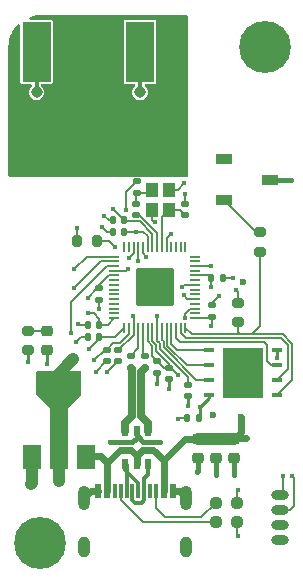
<source format=gbr>
%TF.GenerationSoftware,KiCad,Pcbnew,7.0.2*%
%TF.CreationDate,2023-10-19T19:02:44-04:00*%
%TF.ProjectId,XBee_Joint,58426565-5f4a-46f6-996e-742e6b696361,rev?*%
%TF.SameCoordinates,Original*%
%TF.FileFunction,Copper,L1,Top*%
%TF.FilePolarity,Positive*%
%FSLAX46Y46*%
G04 Gerber Fmt 4.6, Leading zero omitted, Abs format (unit mm)*
G04 Created by KiCad (PCBNEW 7.0.2) date 2023-10-19 19:02:44*
%MOMM*%
%LPD*%
G01*
G04 APERTURE LIST*
G04 Aperture macros list*
%AMRoundRect*
0 Rectangle with rounded corners*
0 $1 Rounding radius*
0 $2 $3 $4 $5 $6 $7 $8 $9 X,Y pos of 4 corners*
0 Add a 4 corners polygon primitive as box body*
4,1,4,$2,$3,$4,$5,$6,$7,$8,$9,$2,$3,0*
0 Add four circle primitives for the rounded corners*
1,1,$1+$1,$2,$3*
1,1,$1+$1,$4,$5*
1,1,$1+$1,$6,$7*
1,1,$1+$1,$8,$9*
0 Add four rect primitives between the rounded corners*
20,1,$1+$1,$2,$3,$4,$5,0*
20,1,$1+$1,$4,$5,$6,$7,0*
20,1,$1+$1,$6,$7,$8,$9,0*
20,1,$1+$1,$8,$9,$2,$3,0*%
G04 Aperture macros list end*
%TA.AperFunction,ComponentPad*%
%ADD10C,4.400000*%
%TD*%
%TA.AperFunction,SMDPad,CuDef*%
%ADD11R,0.558000X0.972299*%
%TD*%
%TA.AperFunction,SMDPad,CuDef*%
%ADD12R,0.600000X1.150000*%
%TD*%
%TA.AperFunction,SMDPad,CuDef*%
%ADD13R,0.300000X1.150000*%
%TD*%
%TA.AperFunction,ComponentPad*%
%ADD14O,1.000000X1.800000*%
%TD*%
%TA.AperFunction,ComponentPad*%
%ADD15O,1.000000X2.100000*%
%TD*%
%TA.AperFunction,SMDPad,CuDef*%
%ADD16R,1.000000X1.150000*%
%TD*%
%TA.AperFunction,SMDPad,CuDef*%
%ADD17R,0.965200X0.431800*%
%TD*%
%TA.AperFunction,SMDPad,CuDef*%
%ADD18R,3.454400X4.343400*%
%TD*%
%TA.AperFunction,SMDPad,CuDef*%
%ADD19R,1.500000X2.000000*%
%TD*%
%TA.AperFunction,SMDPad,CuDef*%
%ADD20R,3.800000X2.000000*%
%TD*%
%TA.AperFunction,SMDPad,CuDef*%
%ADD21RoundRect,0.144000X1.456000X1.456000X-1.456000X1.456000X-1.456000X-1.456000X1.456000X-1.456000X0*%
%TD*%
%TA.AperFunction,ComponentPad*%
%ADD22C,0.600000*%
%TD*%
%TA.AperFunction,SMDPad,CuDef*%
%ADD23RoundRect,0.050000X0.387500X0.050000X-0.387500X0.050000X-0.387500X-0.050000X0.387500X-0.050000X0*%
%TD*%
%TA.AperFunction,SMDPad,CuDef*%
%ADD24RoundRect,0.050000X0.050000X0.387500X-0.050000X0.387500X-0.050000X-0.387500X0.050000X-0.387500X0*%
%TD*%
%TA.AperFunction,SMDPad,CuDef*%
%ADD25R,1.406398X0.811200*%
%TD*%
%TA.AperFunction,SMDPad,CuDef*%
%ADD26RoundRect,0.237500X-0.250000X-0.237500X0.250000X-0.237500X0.250000X0.237500X-0.250000X0.237500X0*%
%TD*%
%TA.AperFunction,SMDPad,CuDef*%
%ADD27RoundRect,0.237500X0.250000X0.237500X-0.250000X0.237500X-0.250000X-0.237500X0.250000X-0.237500X0*%
%TD*%
%TA.AperFunction,SMDPad,CuDef*%
%ADD28RoundRect,0.200000X0.275000X-0.200000X0.275000X0.200000X-0.275000X0.200000X-0.275000X-0.200000X0*%
%TD*%
%TA.AperFunction,SMDPad,CuDef*%
%ADD29RoundRect,0.200000X-0.275000X0.200000X-0.275000X-0.200000X0.275000X-0.200000X0.275000X0.200000X0*%
%TD*%
%TA.AperFunction,SMDPad,CuDef*%
%ADD30RoundRect,0.200000X-0.200000X-0.275000X0.200000X-0.275000X0.200000X0.275000X-0.200000X0.275000X0*%
%TD*%
%TA.AperFunction,SMDPad,CuDef*%
%ADD31RoundRect,0.135000X0.185000X-0.135000X0.185000X0.135000X-0.185000X0.135000X-0.185000X-0.135000X0*%
%TD*%
%TA.AperFunction,SMDPad,CuDef*%
%ADD32RoundRect,0.140000X-0.170000X0.140000X-0.170000X-0.140000X0.170000X-0.140000X0.170000X0.140000X0*%
%TD*%
%TA.AperFunction,SMDPad,CuDef*%
%ADD33O,1.500000X0.800000*%
%TD*%
%TA.AperFunction,SMDPad,CuDef*%
%ADD34RoundRect,0.218750X0.256250X-0.218750X0.256250X0.218750X-0.256250X0.218750X-0.256250X-0.218750X0*%
%TD*%
%TA.AperFunction,SMDPad,CuDef*%
%ADD35RoundRect,0.225000X-0.250000X0.225000X-0.250000X-0.225000X0.250000X-0.225000X0.250000X0.225000X0*%
%TD*%
%TA.AperFunction,SMDPad,CuDef*%
%ADD36RoundRect,0.140000X0.140000X0.170000X-0.140000X0.170000X-0.140000X-0.170000X0.140000X-0.170000X0*%
%TD*%
%TA.AperFunction,SMDPad,CuDef*%
%ADD37RoundRect,0.140000X-0.140000X-0.170000X0.140000X-0.170000X0.140000X0.170000X-0.140000X0.170000X0*%
%TD*%
%TA.AperFunction,SMDPad,CuDef*%
%ADD38RoundRect,0.140000X0.170000X-0.140000X0.170000X0.140000X-0.170000X0.140000X-0.170000X-0.140000X0*%
%TD*%
%TA.AperFunction,SMDPad,CuDef*%
%ADD39R,0.460000X0.950000*%
%TD*%
%TA.AperFunction,SMDPad,CuDef*%
%ADD40R,2.420000X5.080000*%
%TD*%
%TA.AperFunction,ComponentPad*%
%ADD41C,0.970000*%
%TD*%
%TA.AperFunction,ViaPad*%
%ADD42C,0.450000*%
%TD*%
%TA.AperFunction,ViaPad*%
%ADD43C,1.000000*%
%TD*%
%TA.AperFunction,ViaPad*%
%ADD44C,0.600000*%
%TD*%
%TA.AperFunction,Conductor*%
%ADD45C,0.200000*%
%TD*%
%TA.AperFunction,Conductor*%
%ADD46C,1.000000*%
%TD*%
%TA.AperFunction,Conductor*%
%ADD47C,0.250000*%
%TD*%
%TA.AperFunction,Conductor*%
%ADD48C,0.600000*%
%TD*%
%TA.AperFunction,Conductor*%
%ADD49C,0.450000*%
%TD*%
%TA.AperFunction,Conductor*%
%ADD50C,0.650000*%
%TD*%
%TA.AperFunction,Conductor*%
%ADD51C,0.300000*%
%TD*%
G04 APERTURE END LIST*
D10*
%TO.P,H2,1*%
%TO.N,N/C*%
X88290000Y-104970000D03*
%TD*%
%TO.P,H1,1*%
%TO.N,N/C*%
X69290000Y-146970000D03*
%TD*%
D11*
%TO.P,U5,1,1*%
%TO.N,/USB_D+*%
X78390001Y-137507549D03*
%TO.P,U5,2,2*%
%TO.N,GND*%
X77440000Y-137507549D03*
%TO.P,U5,3,3*%
%TO.N,/USB_D-*%
X76489999Y-137507549D03*
%TO.P,U5,4,4*%
%TO.N,Net-(J2-D--PadA7)*%
X76489999Y-140232451D03*
%TO.P,U5,5,5*%
%TO.N,VBUS*%
X77440000Y-140232451D03*
%TO.P,U5,6,6*%
%TO.N,Net-(J2-D+-PadA6)*%
X78390001Y-140232451D03*
%TD*%
D12*
%TO.P,J2,A1,GND*%
%TO.N,GND*%
X74140000Y-142540000D03*
%TO.P,J2,A4,VBUS*%
%TO.N,VBUS*%
X74940000Y-142540000D03*
D13*
%TO.P,J2,A5,CC1*%
%TO.N,Net-(J2-CC1)*%
X76090000Y-142540000D03*
%TO.P,J2,A6,D+*%
%TO.N,Net-(J2-D+-PadA6)*%
X77090000Y-142540000D03*
%TO.P,J2,A7,D-*%
%TO.N,Net-(J2-D--PadA7)*%
X77590000Y-142540000D03*
%TO.P,J2,A8,SBU1*%
%TO.N,unconnected-(J2-SBU1-PadA8)*%
X78590000Y-142540000D03*
D12*
%TO.P,J2,A9,VBUS*%
%TO.N,VBUS*%
X79740000Y-142540000D03*
%TO.P,J2,A12,GND*%
%TO.N,GND*%
X80540000Y-142540000D03*
%TO.P,J2,B1,GND*%
X80540000Y-142540000D03*
%TO.P,J2,B4,VBUS*%
%TO.N,VBUS*%
X79740000Y-142540000D03*
D13*
%TO.P,J2,B5,CC2*%
%TO.N,Net-(J2-CC2)*%
X79090000Y-142540000D03*
%TO.P,J2,B6,D+*%
%TO.N,Net-(J2-D+-PadA6)*%
X78090000Y-142540000D03*
%TO.P,J2,B7,D-*%
%TO.N,Net-(J2-D--PadA7)*%
X76590000Y-142540000D03*
%TO.P,J2,B8,SBU2*%
%TO.N,unconnected-(J2-SBU2-PadB8)*%
X75590000Y-142540000D03*
D12*
%TO.P,J2,B9,VBUS*%
%TO.N,VBUS*%
X74940000Y-142540000D03*
%TO.P,J2,B12,GND*%
%TO.N,GND*%
X74140000Y-142540000D03*
D14*
%TO.P,J2,S1,SHIELD*%
X73020000Y-147295000D03*
D15*
X81660000Y-143115000D03*
D14*
X81660000Y-147295000D03*
D15*
X73020000Y-143115000D03*
%TD*%
D16*
%TO.P,Y1,1,1*%
%TO.N,Net-(C3-Pad1)*%
X78785000Y-117040000D03*
%TO.P,Y1,2,2*%
%TO.N,GND*%
X78785000Y-118790000D03*
%TO.P,Y1,3,3*%
%TO.N,Net-(U1-XIN)*%
X80185000Y-118790000D03*
%TO.P,Y1,4,4*%
%TO.N,GND*%
X80185000Y-117040000D03*
%TD*%
D17*
%TO.P,U4,1,~{CS}*%
%TO.N,/QSPI_SS*%
X89320400Y-134445000D03*
%TO.P,U4,2,DO(IO1)*%
%TO.N,/QSPI_SD1*%
X89320400Y-133175000D03*
%TO.P,U4,3,IO2*%
%TO.N,/QSPI_SD2*%
X89320400Y-131905000D03*
%TO.P,U4,4,GND*%
%TO.N,GND*%
X89320400Y-130635000D03*
%TO.P,U4,5,DI(IO0)*%
%TO.N,/QSPI_SD0*%
X83580000Y-130635000D03*
%TO.P,U4,6,CLK*%
%TO.N,/QSPI_SCLK*%
X83580000Y-131905000D03*
%TO.P,U4,7,IO3*%
%TO.N,/QSPI_SD3*%
X83580000Y-133175000D03*
%TO.P,U4,8,VCC*%
%TO.N,+3V3*%
X83580000Y-134445000D03*
D18*
%TO.P,U4,9*%
%TO.N,N/C*%
X86450200Y-132540000D03*
%TD*%
D19*
%TO.P,U2,3,VI*%
%TO.N,VBUS*%
X73160000Y-139680000D03*
%TO.P,U2,2,VO*%
%TO.N,+3V3*%
X70860000Y-139680000D03*
D20*
X70860000Y-133380000D03*
D19*
%TO.P,U2,1,GND*%
%TO.N,GND*%
X68560000Y-139680000D03*
%TD*%
D21*
%TO.P,U1,57,GND*%
%TO.N,GND*%
X78985000Y-125310000D03*
D22*
X80260000Y-126585000D03*
X78985000Y-126585000D03*
X77710000Y-126585000D03*
X80260000Y-125310000D03*
X78985000Y-125310000D03*
X77710000Y-125310000D03*
X80260000Y-124035000D03*
X78985000Y-124035000D03*
X77710000Y-124035000D03*
D23*
%TO.P,U1,1,IOVDD*%
%TO.N,+3V3*%
X82422500Y-127910000D03*
%TO.P,U1,2,GPIO0*%
%TO.N,unconnected-(U1-GPIO0-Pad2)*%
X82422500Y-127510000D03*
%TO.P,U1,3,GPIO1*%
%TO.N,/DRF_TXEN*%
X82422500Y-127110000D03*
%TO.P,U1,4,GPIO2*%
%TO.N,unconnected-(U1-GPIO2-Pad4)*%
X82422500Y-126710000D03*
%TO.P,U1,5,GPIO3*%
%TO.N,/DRF_DIO1*%
X82422500Y-126310000D03*
%TO.P,U1,6,GPIO4*%
%TO.N,unconnected-(U1-GPIO4-Pad6)*%
X82422500Y-125910000D03*
%TO.P,U1,7,GPIO5*%
%TO.N,unconnected-(U1-GPIO5-Pad7)*%
X82422500Y-125510000D03*
%TO.P,U1,8,GPIO6*%
%TO.N,/DRF_BUSY*%
X82422500Y-125110000D03*
%TO.P,U1,9,GPIO7*%
%TO.N,unconnected-(U1-GPIO7-Pad9)*%
X82422500Y-124710000D03*
%TO.P,U1,10,IOVDD*%
%TO.N,+3V3*%
X82422500Y-124310000D03*
%TO.P,U1,11,GPIO8*%
%TO.N,unconnected-(U1-GPIO8-Pad11)*%
X82422500Y-123910000D03*
%TO.P,U1,12,GPIO9*%
%TO.N,/DRF_SW*%
X82422500Y-123510000D03*
%TO.P,U1,13,GPIO10*%
%TO.N,unconnected-(U1-GPIO10-Pad13)*%
X82422500Y-123110000D03*
%TO.P,U1,14,GPIO11*%
%TO.N,unconnected-(U1-GPIO11-Pad14)*%
X82422500Y-122710000D03*
D24*
%TO.P,U1,15,GPIO12*%
%TO.N,unconnected-(U1-GPIO12-Pad15)*%
X81585000Y-121872500D03*
%TO.P,U1,16,GPIO13*%
%TO.N,unconnected-(U1-GPIO13-Pad16)*%
X81185000Y-121872500D03*
%TO.P,U1,17,GPIO14*%
%TO.N,unconnected-(U1-GPIO14-Pad17)*%
X80785000Y-121872500D03*
%TO.P,U1,18,GPIO15*%
%TO.N,unconnected-(U1-GPIO15-Pad18)*%
X80385000Y-121872500D03*
%TO.P,U1,19,TESTEN*%
%TO.N,GND*%
X79985000Y-121872500D03*
%TO.P,U1,20,XIN*%
%TO.N,Net-(U1-XIN)*%
X79585000Y-121872500D03*
%TO.P,U1,21,XOUT*%
%TO.N,Net-(U1-XOUT)*%
X79185000Y-121872500D03*
%TO.P,U1,22,IOVDD*%
%TO.N,+3V3*%
X78785000Y-121872500D03*
%TO.P,U1,23,DVDD*%
%TO.N,+1V1*%
X78385000Y-121872500D03*
%TO.P,U1,24,SWCLK*%
%TO.N,/RP_SWCLK*%
X77985000Y-121872500D03*
%TO.P,U1,25,SWD*%
%TO.N,/RP_SWD*%
X77585000Y-121872500D03*
%TO.P,U1,26,RUN*%
%TO.N,Net-(U1-RUN)*%
X77185000Y-121872500D03*
%TO.P,U1,27,GPIO16*%
%TO.N,unconnected-(U1-GPIO16-Pad27)*%
X76785000Y-121872500D03*
%TO.P,U1,28,GPIO17*%
%TO.N,unconnected-(U1-GPIO17-Pad28)*%
X76385000Y-121872500D03*
D23*
%TO.P,U1,29,GPIO18*%
%TO.N,/DRF_CLK*%
X75547500Y-122710000D03*
%TO.P,U1,30,GPIO19*%
%TO.N,/DRF_MOSI*%
X75547500Y-123110000D03*
%TO.P,U1,31,GPIO20*%
%TO.N,/DRF_MISO*%
X75547500Y-123510000D03*
%TO.P,U1,32,GPIO21*%
%TO.N,/DRF_CS*%
X75547500Y-123910000D03*
%TO.P,U1,33,IOVDD*%
%TO.N,+3V3*%
X75547500Y-124310000D03*
%TO.P,U1,34,GPIO22*%
%TO.N,unconnected-(U1-GPIO22-Pad34)*%
X75547500Y-124710000D03*
%TO.P,U1,35,GPIO23*%
%TO.N,unconnected-(U1-GPIO23-Pad35)*%
X75547500Y-125110000D03*
%TO.P,U1,36,GPIO24*%
%TO.N,unconnected-(U1-GPIO24-Pad36)*%
X75547500Y-125510000D03*
%TO.P,U1,37,GPIO25*%
%TO.N,unconnected-(U1-GPIO25-Pad37)*%
X75547500Y-125910000D03*
%TO.P,U1,38,GPIO26_ADC0*%
%TO.N,unconnected-(U1-GPIO26_ADC0-Pad38)*%
X75547500Y-126310000D03*
%TO.P,U1,39,GPIO27_ADC1*%
%TO.N,unconnected-(U1-GPIO27_ADC1-Pad39)*%
X75547500Y-126710000D03*
%TO.P,U1,40,GPIO28_ADC2*%
%TO.N,unconnected-(U1-GPIO28_ADC2-Pad40)*%
X75547500Y-127110000D03*
%TO.P,U1,41,GPIO29_ADC3*%
%TO.N,unconnected-(U1-GPIO29_ADC3-Pad41)*%
X75547500Y-127510000D03*
%TO.P,U1,42,IOVDD*%
%TO.N,+3V3*%
X75547500Y-127910000D03*
D24*
%TO.P,U1,43,ADC_AVDD*%
X76385000Y-128747500D03*
%TO.P,U1,44,VREG_IN*%
X76785000Y-128747500D03*
%TO.P,U1,45,VREG_VOUT*%
%TO.N,+1V1*%
X77185000Y-128747500D03*
%TO.P,U1,46,USB_DM*%
%TO.N,Net-(U1-USB_DM)*%
X77585000Y-128747500D03*
%TO.P,U1,47,USB_DP*%
%TO.N,Net-(U1-USB_DP)*%
X77985000Y-128747500D03*
%TO.P,U1,48,USB_VDD*%
%TO.N,+3V3*%
X78385000Y-128747500D03*
%TO.P,U1,49,IOVDD*%
X78785000Y-128747500D03*
%TO.P,U1,50,DVDD*%
%TO.N,+1V1*%
X79185000Y-128747500D03*
%TO.P,U1,51,QSPI_SD3*%
%TO.N,/QSPI_SD3*%
X79585000Y-128747500D03*
%TO.P,U1,52,QSPI_SCLK*%
%TO.N,/QSPI_SCLK*%
X79985000Y-128747500D03*
%TO.P,U1,53,QSPI_SD0*%
%TO.N,/QSPI_SD0*%
X80385000Y-128747500D03*
%TO.P,U1,54,QSPI_SD2*%
%TO.N,/QSPI_SD2*%
X80785000Y-128747500D03*
%TO.P,U1,55,QSPI_SD1*%
%TO.N,/QSPI_SD1*%
X81185000Y-128747500D03*
%TO.P,U1,56,QSPI_SS*%
%TO.N,/QSPI_SS*%
X81585000Y-128747500D03*
%TD*%
D25*
%TO.P,SW2,1,A*%
%TO.N,unconnected-(SW2-A-Pad1)*%
X84870000Y-114452798D03*
%TO.P,SW2,2,B*%
%TO.N,Net-(SW2-B)*%
X84870000Y-117952802D03*
%TO.P,SW2,3,C*%
%TO.N,GND*%
X88754600Y-116202800D03*
%TD*%
D26*
%TO.P,R10,2*%
%TO.N,GND*%
X85962500Y-143540000D03*
%TO.P,R10,1*%
%TO.N,Net-(J2-CC2)*%
X84137500Y-143540000D03*
%TD*%
D27*
%TO.P,R9,2*%
%TO.N,Net-(J2-CC1)*%
X84127500Y-145200000D03*
%TO.P,R9,1*%
%TO.N,GND*%
X85952500Y-145200000D03*
%TD*%
D28*
%TO.P,R8,1*%
%TO.N,/QSPI_SS*%
X85990000Y-128265000D03*
%TO.P,R8,2*%
%TO.N,+3V3*%
X85990000Y-126615000D03*
%TD*%
D29*
%TO.P,R7,1*%
%TO.N,Net-(SW2-B)*%
X87900000Y-120655000D03*
%TO.P,R7,2*%
%TO.N,/QSPI_SS*%
X87900000Y-122305000D03*
%TD*%
D28*
%TO.P,R6,1*%
%TO.N,+3V3*%
X68286250Y-130652500D03*
%TO.P,R6,2*%
%TO.N,Net-(D1-A)*%
X68286250Y-129002500D03*
%TD*%
D30*
%TO.P,R4,1*%
%TO.N,+3V3*%
X72405000Y-121430000D03*
%TO.P,R4,2*%
%TO.N,Net-(U1-RUN)*%
X74055000Y-121430000D03*
%TD*%
D31*
%TO.P,R3,1*%
%TO.N,/USB_D-*%
X76930000Y-132120000D03*
%TO.P,R3,2*%
%TO.N,Net-(U1-USB_DM)*%
X76930000Y-131100000D03*
%TD*%
%TO.P,R2,1*%
%TO.N,/USB_D+*%
X78180000Y-132130000D03*
%TO.P,R2,2*%
%TO.N,Net-(U1-USB_DP)*%
X78180000Y-131110000D03*
%TD*%
D32*
%TO.P,R1,1*%
%TO.N,Net-(C3-Pad1)*%
X77430000Y-118225000D03*
%TO.P,R1,2*%
%TO.N,Net-(U1-XOUT)*%
X77430000Y-119185000D03*
%TD*%
D33*
%TO.P,J1,4,Pin_4*%
%TO.N,unconnected-(J1-Pin_4-Pad4)*%
X89609500Y-146745000D03*
%TO.P,J1,3,Pin_3*%
%TO.N,unconnected-(J1-Pin_3-Pad3)*%
X89609500Y-145475000D03*
%TO.P,J1,2,Pin_2*%
%TO.N,/RP_SWD*%
X89609500Y-144205000D03*
%TO.P,J1,1,Pin_1*%
%TO.N,/RP_SWCLK*%
X89609500Y-142935000D03*
%TD*%
D34*
%TO.P,D1,2,A*%
%TO.N,Net-(D1-A)*%
X69876250Y-129040000D03*
%TO.P,D1,1,K*%
%TO.N,GND*%
X69876250Y-130615000D03*
%TD*%
D35*
%TO.P,C18,1*%
%TO.N,VBUS*%
X82610000Y-138175000D03*
%TO.P,C18,2*%
%TO.N,GND*%
X82610000Y-139725000D03*
%TD*%
%TO.P,C17,1*%
%TO.N,VBUS*%
X85670000Y-138175000D03*
%TO.P,C17,2*%
%TO.N,GND*%
X85670000Y-139725000D03*
%TD*%
%TO.P,C16,1*%
%TO.N,VBUS*%
X84140000Y-138170000D03*
%TO.P,C16,2*%
%TO.N,GND*%
X84140000Y-139720000D03*
%TD*%
D36*
%TO.P,C15,1*%
%TO.N,+3V3*%
X74300000Y-128465000D03*
%TO.P,C15,2*%
%TO.N,GND*%
X73340000Y-128465000D03*
%TD*%
%TO.P,C14,1*%
%TO.N,+3V3*%
X74300000Y-129505000D03*
%TO.P,C14,2*%
%TO.N,GND*%
X73340000Y-129505000D03*
%TD*%
%TO.P,C13,1*%
%TO.N,+3V3*%
X82700000Y-136410000D03*
%TO.P,C13,2*%
%TO.N,GND*%
X81740000Y-136410000D03*
%TD*%
D37*
%TO.P,C12,1*%
%TO.N,+3V3*%
X83780000Y-124480000D03*
%TO.P,C12,2*%
%TO.N,GND*%
X84740000Y-124480000D03*
%TD*%
D32*
%TO.P,C11,1*%
%TO.N,+3V3*%
X80170000Y-132155000D03*
%TO.P,C11,2*%
%TO.N,GND*%
X80170000Y-133115000D03*
%TD*%
%TO.P,C10,1*%
%TO.N,+3V3*%
X79180000Y-131565000D03*
%TO.P,C10,2*%
%TO.N,GND*%
X79180000Y-132525000D03*
%TD*%
D38*
%TO.P,C9,2*%
%TO.N,GND*%
X83800000Y-126830000D03*
%TO.P,C9,1*%
%TO.N,+3V3*%
X83800000Y-127790000D03*
%TD*%
D32*
%TO.P,C8,1*%
%TO.N,+3V3*%
X74300000Y-125390000D03*
%TO.P,C8,2*%
%TO.N,GND*%
X74300000Y-126350000D03*
%TD*%
D36*
%TO.P,C7,1*%
%TO.N,+3V3*%
X76410000Y-119630000D03*
%TO.P,C7,2*%
%TO.N,GND*%
X75450000Y-119630000D03*
%TD*%
D32*
%TO.P,C6,1*%
%TO.N,+3V3*%
X74920000Y-130610000D03*
%TO.P,C6,2*%
%TO.N,GND*%
X74920000Y-131570000D03*
%TD*%
%TO.P,C5,1*%
%TO.N,+1V1*%
X75910000Y-130620000D03*
%TO.P,C5,2*%
%TO.N,GND*%
X75910000Y-131580000D03*
%TD*%
D36*
%TO.P,C4,1*%
%TO.N,+1V1*%
X76420000Y-120630000D03*
%TO.P,C4,2*%
%TO.N,GND*%
X75460000Y-120630000D03*
%TD*%
D38*
%TO.P,C3,1*%
%TO.N,Net-(C3-Pad1)*%
X77440000Y-117295000D03*
%TO.P,C3,2*%
%TO.N,GND*%
X77440000Y-116335000D03*
%TD*%
%TO.P,C2,1*%
%TO.N,Net-(U1-XIN)*%
X81530000Y-119185000D03*
%TO.P,C2,2*%
%TO.N,GND*%
X81530000Y-118225000D03*
%TD*%
D32*
%TO.P,C1,1*%
%TO.N,+1V1*%
X81760000Y-133565000D03*
%TO.P,C1,2*%
%TO.N,GND*%
X81760000Y-134525000D03*
%TD*%
D39*
%TO.P,AE1,2*%
%TO.N,N/C*%
X77730000Y-108350000D03*
D40*
X77730000Y-105360000D03*
D41*
X77730000Y-108800000D03*
D40*
X68970000Y-105360000D03*
D39*
X68970000Y-108350000D03*
D41*
X68970000Y-108800000D03*
%TD*%
D42*
%TO.N,+3V3*%
X75450000Y-118690000D03*
D43*
%TO.N,GND*%
X68500000Y-141980000D03*
D42*
X89358500Y-131270000D03*
X81160000Y-102840000D03*
X81210000Y-103870000D03*
X81260000Y-104990000D03*
X81290000Y-106130000D03*
X81270000Y-107270000D03*
X81270000Y-108640000D03*
X81320000Y-110060000D03*
X81260000Y-111500000D03*
X81240000Y-112880000D03*
X81270000Y-114310000D03*
X81300000Y-115580000D03*
X80110000Y-115630000D03*
X78780000Y-115630000D03*
X77410000Y-115480000D03*
X75970000Y-115670000D03*
X74470000Y-115690000D03*
X72850000Y-115650000D03*
X71180000Y-115650000D03*
X69410000Y-115670000D03*
X68160000Y-115650000D03*
X66930000Y-115630000D03*
X71610000Y-102570000D03*
X71520000Y-103550000D03*
X71520000Y-104450000D03*
X71530000Y-105290000D03*
X71550000Y-106160000D03*
X71570000Y-107020000D03*
X71580000Y-107930000D03*
X72340000Y-108480000D03*
X72410000Y-109370000D03*
X71990000Y-110120000D03*
X71830000Y-111080000D03*
X71830000Y-112070000D03*
X71830000Y-113110000D03*
X71940000Y-114120000D03*
X72560000Y-114590000D03*
X73550000Y-114550000D03*
X74290000Y-114040000D03*
X74360000Y-113000000D03*
X74360000Y-112020000D03*
X74330000Y-111070000D03*
X74330000Y-110080000D03*
X74220000Y-109260000D03*
X74230000Y-108460000D03*
X75130000Y-107790000D03*
X75120000Y-106930000D03*
X75120000Y-106080000D03*
X75110000Y-105230000D03*
X75120000Y-104400000D03*
X75110000Y-103560000D03*
X75030000Y-102610000D03*
X69880000Y-131790000D03*
%TO.N,+3V3*%
X68270000Y-131660000D03*
D43*
X72080000Y-131400000D03*
X70870000Y-141670000D03*
D42*
%TO.N,GND*%
X85680000Y-141160000D03*
X84140000Y-141210000D03*
X82580000Y-140930000D03*
X85990000Y-146330000D03*
X85990000Y-142500000D03*
%TO.N,/RP_SWD*%
X90600000Y-141260000D03*
%TO.N,/RP_SWCLK*%
X89810000Y-141300000D03*
%TO.N,+1V1*%
X77380000Y-120630000D03*
%TO.N,GND*%
X76570000Y-118760000D03*
X79030000Y-119820000D03*
X81500000Y-116470000D03*
X81540000Y-117420000D03*
X90487200Y-116202800D03*
X84400000Y-126030000D03*
%TO.N,+3V3*%
X83760000Y-125300000D03*
X85890000Y-125580000D03*
X83780000Y-128570000D03*
%TO.N,GND*%
X80930000Y-136440000D03*
D44*
%TO.N,VBUS*%
X86720000Y-138040000D03*
X86300000Y-136250000D03*
D42*
%TO.N,GND*%
X79190000Y-133470000D03*
X80160000Y-133960000D03*
X81760000Y-135320000D03*
%TO.N,+3V3*%
X82850000Y-135430000D03*
D44*
%TO.N,GND*%
X83890000Y-136150000D03*
X86420000Y-124880000D03*
D42*
X80330000Y-120770000D03*
%TO.N,+3V3*%
X72390000Y-120330000D03*
%TO.N,GND*%
X74720000Y-119280000D03*
X74490000Y-120220000D03*
%TO.N,Net-(U1-RUN)*%
X75590000Y-121880000D03*
X76790000Y-122830000D03*
%TO.N,/RP_SWD*%
X77570000Y-123090000D03*
%TO.N,/RP_SWCLK*%
X78280000Y-122740000D03*
%TO.N,+1V1*%
X79180000Y-127730000D03*
X77180000Y-127700000D03*
%TO.N,+3V3*%
X73400000Y-130550000D03*
%TO.N,GND*%
X74960000Y-132520000D03*
X73980000Y-132440000D03*
%TO.N,+3V3*%
X73860000Y-131490000D03*
%TO.N,GND*%
X72350000Y-129930000D03*
X72520000Y-128430000D03*
%TO.N,+3V3*%
X73340000Y-127500000D03*
X73290000Y-126180000D03*
%TO.N,GND*%
X85580000Y-124480000D03*
%TO.N,/DRF_DIO1*%
X81421500Y-125990000D03*
%TO.N,/DRF_BUSY*%
X81250000Y-125280000D03*
%TO.N,/DRF_SW*%
X83780000Y-123520000D03*
%TO.N,/DRF_TXEN*%
X81565483Y-127915483D03*
%TO.N,GND*%
X74300000Y-127150000D03*
%TO.N,/DRF_MISO*%
X71900000Y-129220000D03*
%TO.N,/DRF_MOSI*%
X72115000Y-125395000D03*
%TO.N,/DRF_CS*%
X76690000Y-123740000D03*
%TO.N,/DRF_CLK*%
X72140000Y-123770000D03*
%TO.N,GND*%
X79430000Y-138370000D03*
X75230000Y-138390000D03*
%TO.N,+3V3*%
X80950000Y-132765000D03*
%TD*%
D45*
%TO.N,/RP_SWD*%
X90455000Y-144205000D02*
X89609500Y-144205000D01*
X90800000Y-143860000D02*
X90455000Y-144205000D01*
X90800000Y-141460000D02*
X90800000Y-143860000D01*
X90600000Y-141260000D02*
X90800000Y-141460000D01*
%TO.N,/RP_SWCLK*%
X89810000Y-142734500D02*
X89609500Y-142935000D01*
X89810000Y-141300000D02*
X89810000Y-142734500D01*
%TO.N,+3V3*%
X76390000Y-119630000D02*
X75450000Y-118690000D01*
X76410000Y-119630000D02*
X76390000Y-119630000D01*
X74300000Y-125128263D02*
X75118263Y-124310000D01*
X74300000Y-125390000D02*
X74300000Y-125128263D01*
X75118263Y-124310000D02*
X75547500Y-124310000D01*
X79770000Y-132155000D02*
X79180000Y-131565000D01*
X80170000Y-132155000D02*
X79770000Y-132155000D01*
D46*
%TO.N,GND*%
X68560000Y-141920000D02*
X68500000Y-141980000D01*
X68560000Y-139680000D02*
X68560000Y-141920000D01*
D47*
X89358500Y-131270000D02*
X89320400Y-131231900D01*
X89320400Y-131231900D02*
X89320400Y-130635000D01*
D45*
%TO.N,/QSPI_SD2*%
X88805000Y-131905000D02*
X89320400Y-131905000D01*
X88218100Y-129955000D02*
X88470000Y-130206900D01*
X88470000Y-130206900D02*
X88470000Y-131570000D01*
X81110000Y-129955000D02*
X88218100Y-129955000D01*
X80785000Y-129630000D02*
X81110000Y-129955000D01*
X80785000Y-128747500D02*
X80785000Y-129630000D01*
X88470000Y-131570000D02*
X88805000Y-131905000D01*
%TO.N,GND*%
X80930000Y-117040000D02*
X80185000Y-117040000D01*
X81500000Y-116470000D02*
X80930000Y-117040000D01*
D47*
X69876250Y-131786250D02*
X69880000Y-131790000D01*
X69876250Y-130615000D02*
X69876250Y-131786250D01*
%TO.N,+3V3*%
X68286250Y-131643750D02*
X68270000Y-131660000D01*
X68286250Y-130652500D02*
X68286250Y-131643750D01*
D46*
X70860000Y-132620000D02*
X72080000Y-131400000D01*
X70860000Y-133380000D02*
X70860000Y-132620000D01*
X70860000Y-141660000D02*
X70870000Y-141670000D01*
X70860000Y-139680000D02*
X70860000Y-141660000D01*
D48*
%TO.N,VBUS*%
X73210000Y-139630000D02*
X73160000Y-139680000D01*
X74406699Y-139630000D02*
X73210000Y-139630000D01*
X74940000Y-140163301D02*
X74406699Y-139630000D01*
D49*
%TO.N,GND*%
X85670000Y-141150000D02*
X85680000Y-141160000D01*
X85670000Y-139725000D02*
X85670000Y-141150000D01*
X84140000Y-139720000D02*
X84140000Y-141210000D01*
X82610000Y-140900000D02*
X82580000Y-140930000D01*
X82610000Y-139725000D02*
X82610000Y-140900000D01*
D45*
X85952500Y-146292500D02*
X85990000Y-146330000D01*
X85952500Y-145200000D02*
X85952500Y-146292500D01*
X85962500Y-142527500D02*
X85990000Y-142500000D01*
X85962500Y-143540000D02*
X85962500Y-142527500D01*
%TO.N,+1V1*%
X78010000Y-120630000D02*
X77380000Y-120630000D01*
X78385000Y-121872500D02*
X78385000Y-121005000D01*
X76420000Y-120630000D02*
X77380000Y-120630000D01*
X78385000Y-121005000D02*
X78010000Y-120630000D01*
%TO.N,GND*%
X76570000Y-117205000D02*
X76570000Y-118760000D01*
X77440000Y-116335000D02*
X76570000Y-117205000D01*
X78785000Y-119575000D02*
X79030000Y-119820000D01*
X78785000Y-118790000D02*
X78785000Y-119575000D01*
X81530000Y-117430000D02*
X81540000Y-117420000D01*
X81530000Y-118225000D02*
X81530000Y-117430000D01*
%TO.N,Net-(J2-CC2)*%
X79090000Y-143990000D02*
X79850000Y-144750000D01*
X79850000Y-144750000D02*
X82927500Y-144750000D01*
X82927500Y-144750000D02*
X84137500Y-143540000D01*
X79090000Y-142540000D02*
X79090000Y-143990000D01*
%TO.N,Net-(J2-CC1)*%
X76090000Y-143315000D02*
X77975000Y-145200000D01*
X77975000Y-145200000D02*
X84127500Y-145200000D01*
X76090000Y-142540000D02*
X76090000Y-143315000D01*
%TO.N,/QSPI_SS*%
X87900000Y-128621000D02*
X87900000Y-122305000D01*
X87220000Y-129301000D02*
X87900000Y-128621000D01*
X87220000Y-129301000D02*
X88460000Y-129301000D01*
X86200000Y-129301000D02*
X87220000Y-129301000D01*
%TO.N,Net-(SW2-B)*%
X87572198Y-120655000D02*
X84870000Y-117952802D01*
X87900000Y-120655000D02*
X87572198Y-120655000D01*
%TO.N,/QSPI_SS*%
X88460000Y-129301000D02*
X89848448Y-129301000D01*
%TO.N,Net-(D1-A)*%
X69876250Y-129040000D02*
X68323750Y-129040000D01*
X68323750Y-129040000D02*
X68286250Y-129002500D01*
D49*
%TO.N,GND*%
X88754600Y-116202800D02*
X90487200Y-116202800D01*
D45*
%TO.N,/QSPI_SS*%
X85990000Y-129091000D02*
X86200000Y-129301000D01*
X85990000Y-128265000D02*
X85990000Y-129091000D01*
%TO.N,GND*%
X83800000Y-126630000D02*
X84400000Y-126030000D01*
X83800000Y-126830000D02*
X83800000Y-126630000D01*
%TO.N,+3V3*%
X85990000Y-125680000D02*
X85890000Y-125580000D01*
X85990000Y-126615000D02*
X85990000Y-125680000D01*
X83800000Y-128550000D02*
X83780000Y-128570000D01*
X83800000Y-127790000D02*
X83800000Y-128550000D01*
X83680000Y-127910000D02*
X82422500Y-127910000D01*
X83800000Y-127790000D02*
X83680000Y-127910000D01*
%TO.N,/DRF_TXEN*%
X81993263Y-127110000D02*
X82422500Y-127110000D01*
X81565483Y-127537780D02*
X81993263Y-127110000D01*
X81565483Y-127915483D02*
X81565483Y-127537780D01*
%TO.N,/DRF_DIO1*%
X81421500Y-125990000D02*
X81741500Y-126310000D01*
X81741500Y-126310000D02*
X82422500Y-126310000D01*
%TO.N,GND*%
X80960000Y-136410000D02*
X80930000Y-136440000D01*
X81740000Y-136410000D02*
X80960000Y-136410000D01*
D47*
%TO.N,+3V3*%
X82850000Y-135430000D02*
X82850000Y-136260000D01*
X82850000Y-136260000D02*
X82700000Y-136410000D01*
D45*
X83780000Y-125280000D02*
X83760000Y-125300000D01*
X83780000Y-124480000D02*
X83780000Y-125280000D01*
%TO.N,/QSPI_SS*%
X82138500Y-129301000D02*
X86200000Y-129301000D01*
D48*
%TO.N,VBUS*%
X86720000Y-138040000D02*
X85805000Y-138040000D01*
X85805000Y-138040000D02*
X85670000Y-138175000D01*
X86300000Y-137545000D02*
X85670000Y-138175000D01*
X86300000Y-136250000D02*
X86300000Y-137545000D01*
X81525000Y-138175000D02*
X82610000Y-138175000D01*
X80450000Y-139250000D02*
X81525000Y-138175000D01*
D46*
X85665000Y-138170000D02*
X85670000Y-138175000D01*
X84140000Y-138170000D02*
X85665000Y-138170000D01*
X84135000Y-138175000D02*
X84140000Y-138170000D01*
X82610000Y-138175000D02*
X84135000Y-138175000D01*
D47*
%TO.N,GND*%
X79180000Y-133460000D02*
X79190000Y-133470000D01*
X79180000Y-132525000D02*
X79180000Y-133460000D01*
X80170000Y-133950000D02*
X80160000Y-133960000D01*
X80170000Y-133115000D02*
X80170000Y-133950000D01*
X81760000Y-134525000D02*
X81760000Y-135320000D01*
%TO.N,+3V3*%
X83580000Y-134700000D02*
X82850000Y-135430000D01*
X83580000Y-134445000D02*
X83580000Y-134700000D01*
D45*
%TO.N,GND*%
X79985000Y-121115000D02*
X80330000Y-120770000D01*
X79985000Y-121872500D02*
X79985000Y-121115000D01*
%TO.N,+3V3*%
X72405000Y-120345000D02*
X72390000Y-120330000D01*
X72405000Y-121430000D02*
X72405000Y-120345000D01*
%TO.N,GND*%
X75070000Y-119630000D02*
X74720000Y-119280000D01*
X75450000Y-119630000D02*
X75070000Y-119630000D01*
X74900000Y-120630000D02*
X74490000Y-120220000D01*
X75460000Y-120630000D02*
X74900000Y-120630000D01*
%TO.N,Net-(U1-RUN)*%
X75140000Y-121430000D02*
X75590000Y-121880000D01*
X74055000Y-121430000D02*
X75140000Y-121430000D01*
X77185000Y-122435000D02*
X76790000Y-122830000D01*
X77185000Y-121872500D02*
X77185000Y-122435000D01*
%TO.N,/RP_SWD*%
X77585000Y-123075000D02*
X77570000Y-123090000D01*
X77585000Y-121872500D02*
X77585000Y-123075000D01*
%TO.N,/RP_SWCLK*%
X77985000Y-122445000D02*
X78280000Y-122740000D01*
X77985000Y-121872500D02*
X77985000Y-122445000D01*
%TO.N,+3V3*%
X78785000Y-120782448D02*
X78785000Y-121872500D01*
X76472000Y-119692000D02*
X77694552Y-119692000D01*
X76410000Y-119630000D02*
X76472000Y-119692000D01*
X77694552Y-119692000D02*
X78785000Y-120782448D01*
%TO.N,+1V1*%
X79185000Y-127735000D02*
X79180000Y-127730000D01*
X79185000Y-128747500D02*
X79185000Y-127735000D01*
X77185000Y-127705000D02*
X77180000Y-127700000D01*
X77185000Y-128747500D02*
X77185000Y-127705000D01*
%TO.N,+3V3*%
X74300000Y-129650000D02*
X73400000Y-130550000D01*
X74300000Y-129505000D02*
X74300000Y-129650000D01*
%TO.N,GND*%
X75900000Y-131580000D02*
X74960000Y-132520000D01*
X75910000Y-131580000D02*
X75900000Y-131580000D01*
X74850000Y-131570000D02*
X73980000Y-132440000D01*
X74920000Y-131570000D02*
X74850000Y-131570000D01*
%TO.N,+3V3*%
X74740000Y-130610000D02*
X73860000Y-131490000D01*
X74920000Y-130610000D02*
X74740000Y-130610000D01*
%TO.N,GND*%
X72775000Y-129505000D02*
X72350000Y-129930000D01*
X73340000Y-129505000D02*
X72775000Y-129505000D01*
X72555000Y-128465000D02*
X72520000Y-128430000D01*
X73340000Y-128465000D02*
X72555000Y-128465000D01*
%TO.N,+3V3*%
X73800000Y-127500000D02*
X73340000Y-127500000D01*
X74300000Y-128000000D02*
X73800000Y-127500000D01*
X74300000Y-128465000D02*
X74300000Y-128000000D01*
X74080000Y-125390000D02*
X73290000Y-126180000D01*
X74300000Y-125390000D02*
X74080000Y-125390000D01*
%TO.N,/DRF_BUSY*%
X81420000Y-125110000D02*
X82422500Y-125110000D01*
X81250000Y-125280000D02*
X81420000Y-125110000D01*
%TO.N,+3V3*%
X83610000Y-124310000D02*
X83780000Y-124480000D01*
X82422500Y-124310000D02*
X83610000Y-124310000D01*
%TO.N,GND*%
X84740000Y-124480000D02*
X85580000Y-124480000D01*
%TO.N,/DRF_SW*%
X83770000Y-123510000D02*
X82422500Y-123510000D01*
X83780000Y-123520000D02*
X83770000Y-123510000D01*
%TO.N,/DRF_MISO*%
X74980000Y-123510000D02*
X75547500Y-123510000D01*
X71900000Y-126590000D02*
X74980000Y-123510000D01*
X71900000Y-129220000D02*
X71900000Y-126590000D01*
%TO.N,GND*%
X74300000Y-126350000D02*
X74300000Y-127150000D01*
%TO.N,/DRF_MOSI*%
X74400000Y-123110000D02*
X75547500Y-123110000D01*
X72115000Y-125395000D02*
X74400000Y-123110000D01*
%TO.N,/DRF_CLK*%
X73210000Y-122710000D02*
X75547500Y-122710000D01*
X72140000Y-123770000D02*
X72150000Y-123770000D01*
X72150000Y-123770000D02*
X73210000Y-122710000D01*
%TO.N,/DRF_CS*%
X76520000Y-123910000D02*
X76690000Y-123740000D01*
X75547500Y-123910000D02*
X76520000Y-123910000D01*
D48*
%TO.N,VBUS*%
X80450000Y-139253301D02*
X80450000Y-139250000D01*
X79740000Y-139963301D02*
X80450000Y-139253301D01*
D49*
%TO.N,GND*%
X77960000Y-138370000D02*
X79430000Y-138370000D01*
X77440000Y-137850000D02*
X77960000Y-138370000D01*
X77440000Y-137507549D02*
X77440000Y-137850000D01*
X77440000Y-138026697D02*
X77076697Y-138390000D01*
X77076697Y-138390000D02*
X75230000Y-138390000D01*
X77440000Y-137507549D02*
X77440000Y-138026697D01*
D50*
%TO.N,/USB_D-*%
X77051500Y-132241500D02*
X76930000Y-132120000D01*
X76489999Y-136778325D02*
X77051500Y-136216824D01*
X76489999Y-137507549D02*
X76489999Y-136778325D01*
X77051500Y-136216824D02*
X77051500Y-132241500D01*
%TO.N,/USB_D+*%
X77828500Y-132481500D02*
X78180000Y-132130000D01*
X78390001Y-136778325D02*
X77828500Y-136216824D01*
X77828500Y-136216824D02*
X77828500Y-132481500D01*
X78390001Y-137507549D02*
X78390001Y-136778325D01*
D45*
%TO.N,Net-(U1-USB_DP)*%
X77985000Y-130915000D02*
X77985000Y-128747500D01*
X78180000Y-131110000D02*
X77985000Y-130915000D01*
%TO.N,Net-(U1-USB_DM)*%
X77585000Y-128747500D02*
X77585000Y-130445000D01*
X77585000Y-130445000D02*
X76930000Y-131100000D01*
%TO.N,+3V3*%
X76007552Y-130060000D02*
X76785000Y-129282552D01*
X75470000Y-130060000D02*
X76007552Y-130060000D01*
X74920000Y-130610000D02*
X75470000Y-130060000D01*
X76785000Y-129282552D02*
X76785000Y-128747500D01*
%TO.N,+1V1*%
X75910000Y-130620000D02*
X77185000Y-129345000D01*
X77185000Y-129345000D02*
X77185000Y-128747500D01*
D48*
%TO.N,VBUS*%
X78836699Y-139060000D02*
X77943303Y-139060000D01*
X77943303Y-139060000D02*
X77440000Y-139563303D01*
X79740000Y-139963301D02*
X78836699Y-139060000D01*
X79740000Y-142540000D02*
X79740000Y-139963301D01*
X76946697Y-139070000D02*
X77440000Y-139563303D01*
X76033301Y-139070000D02*
X76946697Y-139070000D01*
X74940000Y-140163301D02*
X76033301Y-139070000D01*
X74940000Y-142540000D02*
X74940000Y-140163301D01*
X77440000Y-139563303D02*
X77440000Y-140232451D01*
%TO.N,GND*%
X73595000Y-142540000D02*
X73020000Y-143115000D01*
X74140000Y-142540000D02*
X73595000Y-142540000D01*
X81085000Y-142540000D02*
X81660000Y-143115000D01*
X80540000Y-142540000D02*
X81085000Y-142540000D01*
D51*
%TO.N,Net-(J2-D+-PadA6)*%
X77301000Y-143530000D02*
X77090000Y-143319000D01*
X77879000Y-143530000D02*
X77301000Y-143530000D01*
X77090000Y-143319000D02*
X77090000Y-142540000D01*
X78090000Y-143319000D02*
X77879000Y-143530000D01*
X78090000Y-142540000D02*
X78090000Y-143319000D01*
%TO.N,Net-(J2-D--PadA7)*%
X77590000Y-141840000D02*
X77590000Y-142540000D01*
X76489999Y-140739999D02*
X77590000Y-141840000D01*
X76489999Y-140232451D02*
X76489999Y-140739999D01*
X76590000Y-140332452D02*
X76590000Y-142540000D01*
X76489999Y-140232451D02*
X76590000Y-140332452D01*
%TO.N,Net-(J2-D+-PadA6)*%
X78390000Y-141180000D02*
X78390001Y-140232451D01*
X78090000Y-142540000D02*
X78090000Y-141480000D01*
X78090000Y-141480000D02*
X78390000Y-141180000D01*
D45*
%TO.N,+3V3*%
X80340000Y-132155000D02*
X80950000Y-132765000D01*
X80170000Y-132155000D02*
X80340000Y-132155000D01*
%TO.N,+1V1*%
X79397000Y-130539552D02*
X79397000Y-130029552D01*
X79397000Y-130029552D02*
X79185000Y-129817552D01*
X81760000Y-133565000D02*
X81760000Y-132902552D01*
X81760000Y-132902552D02*
X79397000Y-130539552D01*
X79185000Y-129817552D02*
X79185000Y-128747500D01*
%TO.N,+3V3*%
X74300000Y-129505000D02*
X75627500Y-129505000D01*
X75627500Y-129505000D02*
X76385000Y-128747500D01*
X74992500Y-128465000D02*
X75547500Y-127910000D01*
X74300000Y-128465000D02*
X74992500Y-128465000D01*
%TO.N,/QSPI_SD3*%
X79724000Y-130404104D02*
X82494896Y-133175000D01*
X79724000Y-129894104D02*
X79724000Y-130404104D01*
X79585000Y-129755104D02*
X79724000Y-129894104D01*
X79585000Y-128747500D02*
X79585000Y-129755104D01*
X82494896Y-133175000D02*
X83580000Y-133175000D01*
%TO.N,Net-(U1-XIN)*%
X81135000Y-118790000D02*
X81530000Y-119185000D01*
X80185000Y-118790000D02*
X81135000Y-118790000D01*
X79585000Y-119390000D02*
X80185000Y-118790000D01*
X79585000Y-121872500D02*
X79585000Y-119390000D01*
%TO.N,Net-(U1-XOUT)*%
X77650000Y-119185000D02*
X77430000Y-119185000D01*
X79185000Y-121872500D02*
X79185000Y-120720000D01*
X79185000Y-120720000D02*
X77650000Y-119185000D01*
%TO.N,Net-(C3-Pad1)*%
X77440000Y-117295000D02*
X78530000Y-117295000D01*
X78530000Y-117295000D02*
X78785000Y-117040000D01*
X77430000Y-117305000D02*
X77440000Y-117295000D01*
X77430000Y-118225000D02*
X77430000Y-117305000D01*
%TO.N,/QSPI_SS*%
X90627000Y-133138400D02*
X89320400Y-134445000D01*
X89848448Y-129301000D02*
X90627000Y-130079552D01*
X90627000Y-130079552D02*
X90627000Y-133138400D01*
X81585000Y-128747500D02*
X82138500Y-129301000D01*
%TO.N,/QSPI_SD1*%
X90300000Y-132195400D02*
X89320400Y-133175000D01*
X90300000Y-130215000D02*
X90300000Y-132195400D01*
X81636263Y-129628000D02*
X89713000Y-129628000D01*
X89713000Y-129628000D02*
X90300000Y-130215000D01*
X81185000Y-129176737D02*
X81636263Y-129628000D01*
X81185000Y-128747500D02*
X81185000Y-129176737D01*
%TO.N,/QSPI_SD0*%
X80879792Y-130635000D02*
X83580000Y-130635000D01*
X80385000Y-128747500D02*
X80385000Y-130140208D01*
X80385000Y-130140208D02*
X80879792Y-130635000D01*
%TO.N,/QSPI_SCLK*%
X81687344Y-131905000D02*
X83580000Y-131905000D01*
X80051000Y-130268656D02*
X81687344Y-131905000D01*
X80051000Y-129758656D02*
X80051000Y-130268656D01*
X79985000Y-129692656D02*
X80051000Y-129758656D01*
X79985000Y-128747500D02*
X79985000Y-129692656D01*
%TO.N,+3V3*%
X80170000Y-131775000D02*
X80170000Y-132155000D01*
X79070000Y-130675000D02*
X80170000Y-131775000D01*
X79070000Y-130165000D02*
X79070000Y-130675000D01*
X78785000Y-129880000D02*
X79070000Y-130165000D01*
X78785000Y-128747500D02*
X78785000Y-129880000D01*
X78780000Y-131165000D02*
X79180000Y-131565000D01*
X78780000Y-130293055D02*
X78780000Y-131165000D01*
X78380000Y-129893055D02*
X78780000Y-130293055D01*
X78380000Y-128752500D02*
X78380000Y-129893055D01*
X78385000Y-128747500D02*
X78380000Y-128752500D01*
%TD*%
%TA.AperFunction,Conductor*%
%TO.N,+3V3*%
G36*
X72703039Y-132399685D02*
G01*
X72748794Y-132452489D01*
X72760000Y-132504000D01*
X72760000Y-134328638D01*
X72740315Y-134395677D01*
X72723681Y-134416319D01*
X71610000Y-135529999D01*
X71610000Y-140556000D01*
X71590315Y-140623039D01*
X71537511Y-140668794D01*
X71486000Y-140680000D01*
X70234000Y-140680000D01*
X70166961Y-140660315D01*
X70121206Y-140607511D01*
X70110000Y-140556000D01*
X70110000Y-135540000D01*
X68996319Y-134426319D01*
X68962834Y-134364996D01*
X68960000Y-134338638D01*
X68960000Y-132504000D01*
X68979685Y-132436961D01*
X69032489Y-132391206D01*
X69084000Y-132380000D01*
X72636000Y-132380000D01*
X72703039Y-132399685D01*
G37*
%TD.AperFunction*%
%TD*%
%TA.AperFunction,Conductor*%
%TO.N,GND*%
G36*
X81723039Y-102290185D02*
G01*
X81768794Y-102342989D01*
X81780000Y-102394500D01*
X81780000Y-115866000D01*
X81760315Y-115933039D01*
X81707511Y-115978794D01*
X81656000Y-115990000D01*
X66714499Y-115990000D01*
X66647460Y-115970315D01*
X66601705Y-115917511D01*
X66590499Y-115866000D01*
X66590499Y-104973480D01*
X66590694Y-104966527D01*
X66593654Y-104913827D01*
X66607084Y-104674694D01*
X66608638Y-104660896D01*
X66657015Y-104376167D01*
X66660109Y-104362615D01*
X66731563Y-104114596D01*
X66740061Y-104085096D01*
X66744653Y-104071975D01*
X66855175Y-103805151D01*
X66861195Y-103792651D01*
X67000902Y-103539868D01*
X67008297Y-103528100D01*
X67049842Y-103469548D01*
X67175422Y-103292559D01*
X67184077Y-103281705D01*
X67373041Y-103070254D01*
X67432389Y-103033385D01*
X67502251Y-103034454D01*
X67560444Y-103073123D01*
X67588493Y-103137116D01*
X67589500Y-103152883D01*
X67589500Y-107916789D01*
X67599393Y-107966526D01*
X67637076Y-108022923D01*
X67693473Y-108060606D01*
X67693474Y-108060607D01*
X67743209Y-108070500D01*
X68445500Y-108070499D01*
X68512539Y-108090183D01*
X68558294Y-108142987D01*
X68569500Y-108194499D01*
X68569500Y-108223265D01*
X68549815Y-108290304D01*
X68527728Y-108316079D01*
X68475749Y-108362129D01*
X68385321Y-108493136D01*
X68328874Y-108641976D01*
X68309685Y-108800000D01*
X68328874Y-108958023D01*
X68385321Y-109106863D01*
X68475748Y-109237870D01*
X68594897Y-109343427D01*
X68594899Y-109343428D01*
X68735849Y-109417404D01*
X68890408Y-109455500D01*
X68890409Y-109455500D01*
X69049591Y-109455500D01*
X69049592Y-109455500D01*
X69204151Y-109417404D01*
X69345101Y-109343428D01*
X69464252Y-109237869D01*
X69554679Y-109106863D01*
X69611126Y-108958023D01*
X69630314Y-108800000D01*
X69611126Y-108641977D01*
X69554679Y-108493137D01*
X69464252Y-108362131D01*
X69412270Y-108316079D01*
X69375145Y-108256890D01*
X69370499Y-108223265D01*
X69370499Y-108194499D01*
X69390184Y-108127460D01*
X69442988Y-108081705D01*
X69494499Y-108070499D01*
X70196789Y-108070499D01*
X70196790Y-108070499D01*
X70246526Y-108060607D01*
X70302923Y-108022923D01*
X70340607Y-107966526D01*
X70350500Y-107916791D01*
X70350500Y-107916789D01*
X76349500Y-107916789D01*
X76359393Y-107966526D01*
X76397076Y-108022923D01*
X76453473Y-108060606D01*
X76453474Y-108060607D01*
X76503209Y-108070500D01*
X77205500Y-108070499D01*
X77272539Y-108090183D01*
X77318294Y-108142987D01*
X77329500Y-108194499D01*
X77329500Y-108223265D01*
X77309815Y-108290304D01*
X77287728Y-108316079D01*
X77235749Y-108362129D01*
X77145321Y-108493136D01*
X77088874Y-108641976D01*
X77069685Y-108800000D01*
X77088874Y-108958023D01*
X77145321Y-109106863D01*
X77235748Y-109237870D01*
X77354897Y-109343427D01*
X77354899Y-109343428D01*
X77495849Y-109417404D01*
X77650408Y-109455500D01*
X77650409Y-109455500D01*
X77809591Y-109455500D01*
X77809592Y-109455500D01*
X77964151Y-109417404D01*
X78105101Y-109343428D01*
X78224252Y-109237869D01*
X78314679Y-109106863D01*
X78371126Y-108958023D01*
X78390314Y-108800000D01*
X78371126Y-108641977D01*
X78314679Y-108493137D01*
X78224252Y-108362131D01*
X78172270Y-108316079D01*
X78135145Y-108256890D01*
X78130499Y-108223265D01*
X78130499Y-108194499D01*
X78150184Y-108127460D01*
X78202988Y-108081705D01*
X78254499Y-108070499D01*
X78956789Y-108070499D01*
X78956790Y-108070499D01*
X79006526Y-108060607D01*
X79062923Y-108022923D01*
X79100607Y-107966526D01*
X79110500Y-107916791D01*
X79110499Y-102803210D01*
X79100607Y-102753474D01*
X79088102Y-102734760D01*
X79062923Y-102697076D01*
X79006525Y-102659392D01*
X78956791Y-102649500D01*
X76503210Y-102649500D01*
X76453473Y-102659393D01*
X76397076Y-102697076D01*
X76359392Y-102753474D01*
X76349500Y-102803208D01*
X76349500Y-107916789D01*
X70350500Y-107916789D01*
X70350499Y-102803210D01*
X70340607Y-102753474D01*
X70328102Y-102734760D01*
X70302923Y-102697076D01*
X70246525Y-102659392D01*
X70196792Y-102649500D01*
X70196791Y-102649500D01*
X68487031Y-102649500D01*
X68419992Y-102629815D01*
X68374237Y-102577011D01*
X68364293Y-102507853D01*
X68393318Y-102444297D01*
X68452096Y-102406523D01*
X68452703Y-102406346D01*
X68493821Y-102394500D01*
X68682621Y-102340107D01*
X68696167Y-102337015D01*
X68980898Y-102288638D01*
X68994691Y-102287084D01*
X69286527Y-102270695D01*
X69293481Y-102270500D01*
X81656000Y-102270500D01*
X81723039Y-102290185D01*
G37*
%TD.AperFunction*%
%TD*%
M02*

</source>
